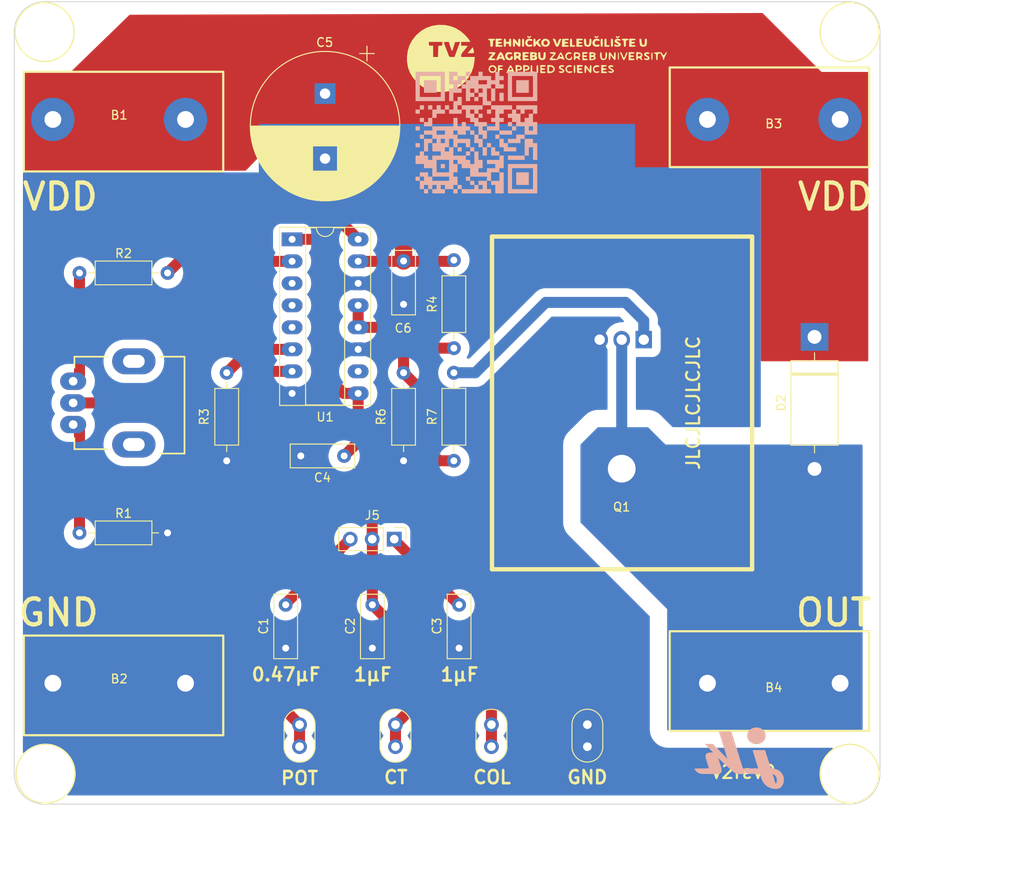
<source format=kicad_pcb>
(kicad_pcb (version 20211014) (generator pcbnew)
  (layers (0 "F.Cu" signal) (31 "B.Cu" signal) (34 "B.Paste" user) (35 "F.Paste" user) (36 "B.SilkS" user "B.Silkscreen") (37 "F.SilkS" user "F.Silkscreen") (38 "B.Mask" user) (39 "F.Mask" user) (44 "Edge.Cuts" user))
  (net 0 "")
  (net 1 "Net-(C1-Pad1)")
  (net 2 "GND")
  (net 3 "Net-(C3-Pad1)")
  (net 4 "Net-(C4-Pad1)")
  (net 5 "VDD")
  (net 6 "Net-(D2-Pad2)")
  (net 7 "/CT")
  (net 8 "Net-(R1-Pad1)")
  (net 9 "Net-(R2-Pad2)")
  (net 10 "Net-(R3-Pad1)")
  (net 15 "Net-(Q1-Pad1)")
  (net 16 "/+5V_REF")
  (net 17 "/POT")
  (net 18 "/COL")
  (footprint "Resistor_THT:R_Axial_DIN0207_L6.3mm_D2.5mm_P10.16mm_Horizontal" (layer "F.Cu") (at 139.6 98.92 -90)
    (fp_text reference "R7" (at 5.08 2.5 90) (layer "F.SilkS"))
    (fp_text value "330")
    (pad "1" thru_hole circle locked (at 0 0 270) (size 1.6 1.6) (drill 0.8) (layers *.Cu *.Mask) (net 15 "Net-(Q1-Pad1)"))
    (pad "2" thru_hole oval locked (at 10.16 0 270) (size 1.6 1.6) (drill 0.8) (layers *.Cu *.Mask) (net 18 "/COL"))
  )
  (footprint "footprint:MountingHole_3.2mm_M3" (layer "F.Cu") (at 92.399633 59.546833)
    (fp_text reference "H4" hide)
    (fp_text value "MountingHole")
    (pad "" np_thru_hole circle (at 0 0) (size 3.2 3.2) (drill 3.2) (layers *.Cu *.Mask))
  )
  (footprint "Capacitor_THT:C_Rect_L7.2mm_W2.5mm_P5.00mm_FKS2_FKP2_MKS2_MKP2" (layer "F.Cu") (at 126.943 108.52 180)
    (fp_text reference "C4" (at 2.5 -2.5 180) (layer "F.SilkS"))
    (fp_text value "220n")
    (pad "1" thru_hole circle locked (at 0 0 180) (size 1.6 1.6) (drill 0.8) (layers *.Cu *.Mask) (net 4 "Net-(C4-Pad1)"))
    (pad "2" thru_hole circle locked (at 5 0 180) (size 1.6 1.6) (drill 0.8) (layers *.Cu *.Mask) (net 2 "GND"))
  )
  (footprint "footprint:DELTRON 4mm banana socket - black" (layer "F.Cu") (at 101 134.75)
    (fp_text reference "B2" (at 0 -0.5 unlocked) (layer "F.SilkS"))
    (fp_text value "Screw_Terminal_01x01")
    (pad "1" thru_hole circle (at -7.65 0) (size 5 5) (drill 1.94) (layers *.Cu *.Mask) (net 2 "GND"))
    (pad "1" thru_hole circle (at 7.65 0) (size 5 5) (drill 1.94) (layers *.Cu *.Mask) (net 2 "GND"))
  )
  (footprint "Capacitor_THT:C_Rect_L7.2mm_W2.5mm_P5.00mm_FKS2_FKP2_MKS2_MKP2" (layer "F.Cu") (at 120.2 125.7 -90)
    (fp_text reference "C1" (at 2.45 2.55 -90) (layer "F.SilkS"))
    (fp_text value "470n")
    (pad "1" thru_hole circle locked (at 0 0 270) (size 1.6 1.6) (drill 0.8) (layers *.Cu *.Mask) (net 1 "Net-(C1-Pad1)"))
    (pad "2" thru_hole circle locked (at 5 0 270) (size 1.6 1.6) (drill 0.8) (layers *.Cu *.Mask) (net 2 "GND"))
  )
  (footprint "footprint:DELTRON 4mm banana socket - black" (layer "F.Cu") (at 176.5 134.75 180)
    (fp_text reference "B4" (at 0 -0.5 unlocked) (layer "F.SilkS"))
    (fp_text value "Screw_Terminal_01x01")
    (pad "1" thru_hole circle (at 7.65 0 180) (size 5 5) (drill 1.94) (layers *.Cu *.Mask) (net 6 "Net-(D2-Pad2)"))
    (pad "1" thru_hole circle (at -7.65 0 180) (size 5 5) (drill 1.94) (layers *.Cu *.Mask) (net 6 "Net-(D2-Pad2)"))
  )
  (footprint "footprint:MountingHole_3.2mm_M3" (layer "F.Cu") (at 92.453351 145.2)
    (fp_text reference "H3" hide)
    (fp_text value "MountingHole")
    (pad "" np_thru_hole circle (at 0 0) (size 3.2 3.2) (drill 3.2) (layers *.Cu *.Mask))
  )
  (footprint "footprint:DELTRON 4mm banana socket - red" (layer "F.Cu") (at 176.5 69.684785 180)
    (fp_text reference "B3" (at 0 -0.5 unlocked) (layer "F.SilkS"))
    (fp_text value "Screw_Terminal_01x01")
    (pad "1" thru_hole circle (at 7.65 0 180) (size 5 5) (drill 1.94) (layers *.Cu *.Mask) (net 5 "VDD"))
    (pad "1" thru_hole circle (at -7.65 0 180) (size 5 5) (drill 1.94) (layers *.Cu *.Mask) (net 5 "VDD"))
  )
  (footprint "footprint:PTV09A-4225F-B502" (layer "F.Cu") (at 102.6895 102.4 -90)
    (fp_text reference "RV1" hide)
    (fp_text value "10k")
    (pad "" thru_hole oval (at -4.8 0 270) (size 3 5) (drill oval 1.5 2.5) (layers *.Cu *.Mask))
    (pad "" thru_hole oval (at 4.8 0 270) (size 3 5) (drill oval 1.5 2.5) (layers *.Cu *.Mask))
    (pad "1" thru_hole oval (at -2.5 7 270) (size 2 3) (drill 1) (layers *.Cu *.Mask) (net 9 "Net-(R2-Pad2)"))
    (pad "2" thru_hole oval (at 0 7 270) (size 2 3) (drill 1) (layers *.Cu *.Mask) (net 17 "/POT"))
    (pad "3" thru_hole oval (at 2.5 7 270) (size 2 3) (drill 1) (layers *.Cu *.Mask) (net 8 "Net-(R1-Pad1)"))
  )
  (footprint "Resistor_THT:R_Axial_DIN0207_L6.3mm_D2.5mm_P10.16mm_Horizontal" (layer "F.Cu") (at 139.6 85.92 -90)
    (fp_text reference "R4" (at 5.08 2.5 90) (layer "F.SilkS"))
    (fp_text value "4k7")
    (pad "1" thru_hole circle locked (at 0 0 270) (size 1.6 1.6) (drill 0.8) (layers *.Cu *.Mask) (net 5 "VDD"))
    (pad "2" thru_hole oval locked (at 10.16 0 270) (size 1.6 1.6) (drill 0.8) (layers *.Cu *.Mask) (net 18 "/COL"))
  )
  (footprint "footprint:MountingHole_3.2mm_M3" (layer "F.Cu") (at 185.249266 59.6)
    (fp_text reference "H2" hide)
    (fp_text value "MountingHole")
    (pad "" np_thru_hole circle (at 0 0) (size 3.2 3.2) (drill 3.2) (layers *.Cu *.Mask))
  )
  (footprint "footprint:oscil" (layer "F.Cu") (at 143.933332 139.53)
    (fp_text reference "J3" hide)
    (fp_text value "Conn_01x01_Male")
    (pad "1" thru_hole circle (at 0 0) (size 1.7 1.7) (drill 1) (layers *.Cu *.Mask) (net 18 "/COL"))
    (pad "1" thru_hole oval (at 0 2.54) (size 1.7 1.7) (drill 1) (layers *.Cu *.Mask) (net 18 "/COL"))
  )
  (footprint "Resistor_THT:R_Axial_DIN0207_L6.3mm_D2.5mm_P10.16mm_Horizontal" (layer "F.Cu") (at 106.58 87.4 180)
    (fp_text reference "R2" (at 5.08 2.25) (layer "F.SilkS"))
    (fp_text value "2k7")
    (pad "1" thru_hole circle locked (at 0 0 180) (size 1.6 1.6) (drill 0.8) (layers *.Cu *.Mask) (net 16 "/+5V_REF"))
    (pad "2" thru_hole oval locked (at 10.16 0 180) (size 1.6 1.6) (drill 0.8) (layers *.Cu *.Mask) (net 9 "Net-(R2-Pad2)"))
  )
  (footprint "Capacitor_THT:C_Rect_L7.2mm_W2.5mm_P5.00mm_FKS2_FKP2_MKS2_MKP2" (layer "F.Cu") (at 133.8 86.02 -90)
    (fp_text reference "C6" (at 7.75 0.05 180) (layer "F.SilkS"))
    (fp_text value "100n")
    (pad "1" thru_hole circle locked (at 0 0 270) (size 1.6 1.6) (drill 0.8) (layers *.Cu *.Mask) (net 5 "VDD"))
    (pad "2" thru_hole circle locked (at 5 0 270) (size 1.6 1.6) (drill 0.8) (layers *.Cu *.Mask) (net 2 "GND"))
  )
  (footprint "Resistor_THT:R_Axial_DIN0207_L6.3mm_D2.5mm_P10.16mm_Horizontal" (layer "F.Cu") (at 113.4 98.92 -90)
    (fp_text reference "R3" (at 5.08 2.6 90) (layer "F.SilkS"))
    (fp_text value "10k")
    (pad "1" thru_hole circle locked (at 0 0 270) (size 1.6 1.6) (drill 0.8) (layers *.Cu *.Mask) (net 10 "Net-(R3-Pad1)"))
    (pad "2" thru_hole oval locked (at 10.16 0 270) (size 1.6 1.6) (drill 0.8) (layers *.Cu *.Mask) (net 2 "GND"))
  )
  (footprint "Diode_THT:D_DO-201AD_P15.24mm_Horizontal" (layer "F.Cu") (at 181.2 94.78 -90)
    (fp_text reference "D2" (at 7.62 3.845 90) (layer "F.SilkS"))
    (fp_text value "1N5408")
    (pad "1" thru_hole rect locked (at 0 0 270) (size 3.2 3.2) (drill 1.6) (layers *.Cu *.Mask) (net 5 "VDD"))
    (pad "2" thru_hole oval locked (at 15.24 0 270) (size 3.2 3.2) (drill 1.6) (layers *.Cu *.Mask) (net 6 "Net-(D2-Pad2)"))
  )
  (footprint "footprint:oscil" (layer "F.Cu") (at 155 139.53)
    (fp_text reference "J4" hide)
    (fp_text value "Conn_01x01_Male")
    (pad "1" thru_hole oval (at 0 2.54) (size 1.7 1.7) (drill 1) (layers *.Cu *.Mask) (net 2 "GND"))
    (pad "1" thru_hole circle (at 0 0) (size 1.7 1.7) (drill 1) (layers *.Cu *.Mask) (net 2 "GND"))
  )
  (footprint "Resistor_THT:R_Axial_DIN0207_L6.3mm_D2.5mm_P10.16mm_Horizontal" (layer "F.Cu") (at 133.8 98.92 -90)
    (fp_text reference "R6" (at 5.08 2.6 90) (layer "F.SilkS"))
    (fp_text value "10k")
    (pad "1" thru_hole circle locked (at 0 0 270) (size 1.6 1.6) (drill 0.8) (layers *.Cu *.Mask) (net 18 "/COL"))
    (pad "2" thru_hole oval locked (at 10.16 0 270) (size 1.6 1.6) (drill 0.8) (layers *.Cu *.Mask) (net 2 "GND"))
  )
  (footprint "footprint:oscil" (layer "F.Cu") (at 121.8 139.53)
    (fp_text reference "J1" hide)
    (fp_text value "Conn_01x01_Male")
    (pad "1" thru_hole circle (at 0 0) (size 1.7 1.7) (drill 1) (layers *.Cu *.Mask) (net 17 "/POT"))
    (pad "1" thru_hole oval (at 0 2.54) (size 1.7 1.7) (drill 1) (layers *.Cu *.Mask) (net 17 "/POT"))
  )
  (footprint "footprint:TO-220F-3_Horizontal_TabDown" (layer "F.Cu") (at 161.5 95.1 180)
    (fp_text reference "Q1" (at 2.54 -19.31) (layer "F.SilkS"))
    (fp_text value "IRLZ44N")
    (pad "1" thru_hole rect (at 0 0 180) (size 1.905 2) (drill 1.2) (layers *.Cu *.Mask) (net 15 "Net-(Q1-Pad1)"))
    (pad "2" thru_hole oval (at 2.54 0 180) (size 1.905 2) (drill 1.2) (layers *.Cu *.Mask) (net 6 "Net-(D2-Pad2)"))
    (pad "2" thru_hole circle (at 2.54 -14.89 180) (size 7 7) (drill 3.2) (layers *.Cu *.Mask) (net 6 "Net-(D2-Pad2)"))
    (pad "3" thru_hole oval (at 5.08 0 180) (size 1.905 2) (drill 1.2) (layers *.Cu *.Mask) (net 2 "GND"))
  )
  (footprint "footprint:DELTRON 4mm banana socket - red" (layer "F.Cu") (at 101 69.684785)
    (fp_text reference "B1" (at 0 -0.5 unlocked) (layer "F.SilkS"))
    (fp_text value "Screw_Terminal_01x01")
    (pad "1" thru_hole circle (at -7.65 0) (size 5 5) (drill 1.94) (layers *.Cu *.Mask) (net 5 "VDD"))
    (pad "1" thru_hole circle (at 7.65 0) (size 5 5) (drill 1.94) (layers *.Cu *.Mask) (net 5 "VDD"))
  )
  (footprint "Resistor_THT:R_Axial_DIN0207_L6.3mm_D2.5mm_P10.16mm_Horizontal" (layer "F.Cu") (at 96.42 117.4)
    (fp_text reference "R1" (at 5.08 -2.25) (layer "F.SilkS"))
    (fp_text value "2k7")
    (pad "1" thru_hole circle locked (at 0 0) (size 1.6 1.6) (drill 0.8) (layers *.Cu *.Mask) (net 8 "Net-(R1-Pad1)"))
    (pad "2" thru_hole oval locked (at 10.16 0) (size 1.6 1.6) (drill 0.8) (layers *.Cu *.Mask) (net 2 "GND"))
  )
  (footprint "Capacitor_THT:CP_Radial_D17.0mm_P7.50mm" (layer "F.Cu") (at 124.743 66.704733 -90)
    (fp_text reference "C5" (at -5.904733 0.043) (layer "F.SilkS"))
    (fp_text value "1000u")
    (pad "1" thru_hole rect locked (at 0 0 270) (size 2.4 2.4) (drill 1.2) (layers *.Cu *.Mask) (net 5 "VDD"))
    (pad "2" thru_hole circle locked (at 7.5 0 270) (size 2.4 2.4) (drill 1.2) (layers *.Cu *.Mask) (net 2 "GND"))
  )
  (footprint "Capacitor_THT:C_Rect_L7.2mm_W2.5mm_P5.00mm_FKS2_FKP2_MKS2_MKP2" (layer "F.Cu") (at 130.2 125.7 -90)
    (fp_text reference "C2" (at 2.45 2.55 -90) (layer "F.SilkS"))
    (fp_text value "1u")
    (pad "1" thru_hole circle locked (at 0 0 270) (size 1.6 1.6) (drill 0.8) (layers *.Cu *.Mask) (net 7 "/CT"))
    (pad "2" thru_hole circle locked (at 5 0 270) (size 1.6 1.6) (drill 0.8) (layers *.Cu *.Mask) (net 2 "GND"))
  )
  (footprint "footprint:oscil" (layer "F.Cu") (at 132.866666 139.53)
    (fp_text reference "J2" hide)
    (fp_text value "Conn_01x01_Male")
    (pad "1" thru_hole circle (at 0 0) (size 1.7 1.7) (drill 1) (layers *.Cu *.Mask) (net 7 "/CT"))
    (pad "1" thru_hole oval (at 0 2.54) (size 1.7 1.7) (drill 1) (layers *.Cu *.Mask) (net 7 "/CT"))
  )
  (footprint "Capacitor_THT:C_Rect_L7.2mm_W2.5mm_P5.00mm_FKS2_FKP2_MKS2_MKP2" (layer "F.Cu") (at 140.2 125.7 -90)
    (fp_text reference "C3" (at 2.45 2.55 90) (layer "F.SilkS"))
    (fp_text value "1u")
    (pad "1" thru_hole circle locked (at 0 0 270) (size 1.6 1.6) (drill 0.8) (layers *.Cu *.Mask) (net 3 "Net-(C3-Pad1)"))
    (pad "2" thru_hole circle locked (at 5 0 270) (size 1.6 1.6) (drill 0.8) (layers *.Cu *.Mask) (net 2 "GND"))
  )
  (footprint "Connector_PinHeader_2.54mm:PinHeader_1x03_P2.54mm_Vertical" (layer "F.Cu") (at 132.725 118.12 -90)
    (fp_text reference "J5" (at -2.75 2.525 180) (layer "F.SilkS"))
    (fp_text value "Conn_01x03_Male")
    (pad "1" thru_hole rect locked (at 0 0 270) (size 1.7 1.7) (drill 1) (layers *.Cu *.Mask) (net 3 "Net-(C3-Pad1)"))
    (pad "2" thru_hole oval locked (at 0 2.54 270) (size 1.7 1.7) (drill 1) (layers *.Cu *.Mask) (net 7 "/CT"))
    (pad "3" thru_hole oval locked (at 0 5.08 270) (size 1.7 1.7) (drill 1) (layers *.Cu *.Mask) (net 1 "Net-(C1-Pad1)"))
  )
  (footprint "Package_DIP:DIP-16_W7.62mm_Socket_LongPads" (layer "F.Cu") (at 120.943 83.52)
    (fp_text reference "U1" (at 3.81 20.5) (layer "F.SilkS"))
    (fp_text value "SG3524")
    (pad "1" thru_hole rect locked (at 0 0) (size 2.4 1.6) (drill 0.8) (layers *.Cu *.Mask) (net 4 "Net-(C4-Pad1)"))
    (pad "2" thru_hole oval locked (at 0 2.54) (size 2.4 1.6) (drill 0.8) (layers *.Cu *.Mask) (net 17 "/POT"))
    (pad "3" thru_hole oval locked (at 0 5.08) (size 2.4 1.6) (drill 0.8) (layers *.Cu *.Mask))
    (pad "4" thru_hole oval locked (at 0 7.62) (size 2.4 1.6) (drill 0.8) (layers *.Cu *.Mask))
    (pad "5" thru_hole oval locked (at 0 10.16) (size 2.4 1.6) (drill 0.8) (layers *.Cu *.Mask))
    (pad "6" thru_hole oval locked (at 0 12.7) (size 2.4 1.6) (drill 0.8) (layers *.Cu *.Mask) (net 10 "Net-(R3-Pad1)"))
    (pad "7" thru_hole oval locked (at 0 15.24) (size 2.4 1.6) (drill 0.8) (layers *.Cu *.Mask) (net 7 "/CT"))
    (pad "8" thru_hole oval locked (at 0 17.78) (size 2.4 1.6) (drill 0.8) (layers *.Cu *.Mask) (net 2 "GND"))
    (pad "9" thru_hole oval locked (at 7.62 17.78) (size 2.4 1.6) (drill 0.8) (layers *.Cu *.Mask) (net 4 "Net-(C4-Pad1)"))
    (pad "10" thru_hole oval locked (at 7.62 15.24) (size 2.4 1.6) (drill 0.8) (layers *.Cu *.Mask))
    (pad "11" thru_hole oval locked (at 7.62 12.7) (size 2.4 1.6) (drill 0.8) (layers *.Cu *.Mask) (net 2 "GND"))
    (pad "12" thru_hole oval locked (at 7.62 10.16) (size 2.4 1.6) (drill 0.8) (layers *.Cu *.Mask) (net 18 "/COL"))
    (pad "13" thru_hole oval locked (at 7.62 7.62) (size 2.4 1.6) (drill 0.8) (layers *.Cu *.Mask) (net 18 "/COL"))
    (pad "14" thru_hole oval locked (at 7.62 5.08) (size 2.4 1.6) (drill 0.8) (layers *.Cu *.Mask) (net 2 "GND"))
    (pad "15" thru_hole oval locked (at 7.62 2.54) (size 2.4 1.6) (drill 0.8) (layers *.Cu *.Mask) (net 5 "VDD"))
    (pad "16" thru_hole oval locked (at 7.62 0) (size 2.4 1.6) (drill 0.8) (layers *.Cu *.Mask) (net 16 "/+5V_REF"))
  )
  (footprint "footprint:tvz2" (layer "F.Cu") (at 149.2 62.6)
    (fp_text reference "G***" hide)
    (fp_text value "LOGO" hide)
  )
  (footprint "footprint:MountingHole_3.2mm_M3" (layer "F.Cu") (at 185.249817 145.2)
    (fp_text reference "H1" hide)
    (fp_text value "MountingHole")
    (pad "" np_thru_hole circle (at 0 0) (size 3.2 3.2) (drill 3.2) (layers *.Cu *.Mask))
  )
  (footprint "footprint:logo" (layer "B.Cu") (at 172.4 143.2 180)
    (fp_text reference "G***" hide)
    (fp_text value "LOGO" hide)
  )
  (footprint "footprint:qr" (layer "B.Cu") (at 142.2 71.2 180)
    (fp_text reference "G***" hide)
    (fp_text value "LOGO" hide)
  )
  (gr_circle (center 92.499817 145.2) (end 93.499817 141.95) (layer "F.SilkS") (width 0.15) (fill none))
  (gr_circle (center 185.249266 59.6) (end 187.249266 56.85) (layer "F.SilkS") (width 0.15) (fill none))
  (gr_circle (center 185.249817 145.2) (end 186.249817 141.95) (layer "F.SilkS") (width 0.15) (fill none))
  (gr_circle (center 92.399633 59.6) (end 93.399633 56.35) (layer "F.SilkS") (width 0.15) (fill none))
  (gr_line (start 92.399633 56.091083) (end 185.249266 56.1) (layer "Edge.Cuts") (width 0.1))
  (gr_arc (start 185.249266 56.1) (mid 187.72414 57.125126) (end 188.749266 59.6) (layer "Edge.Cuts") (width 0.1))
  (gr_arc (start 88.899633 59.85) (mid 89.831586 57.208842) (end 92.399633 56.091083) (layer "Edge.Cuts") (width 0.1))
  (gr_line (start 88.891267 145.2) (end 88.899633 59.85) (layer "Edge.Cuts") (width 0.1))
  (gr_arc (start 92.150184 148.7) (mid 89.832137 147.591158) (end 88.891267 145.2) (layer "Edge.Cuts") (width 0.1))
  (gr_arc (start 188.749817 145.2) (mid 187.724691 147.674874) (end 185.249817 148.7) (layer "Edge.Cuts") (width 0.1))
  (gr_line (start 188.749817 145.2) (end 188.749266 59.6) (layer "Edge.Cuts") (width 0.1))
  (gr_line (start 185.249817 148.7) (end 92.150184 148.7) (layer "Edge.Cuts") (width 0.1))
  (gr_text "v2rev2" (at 173 145) (layer "F.SilkS") (effects (font (size 1.5 1.5) (thickness 0.254))))
  (gr_text "VDD" (at 94.2 78.6) (layer "F.SilkS") (effects (font (size 3 3) (thickness 0.5))))
  (gr_text "VDD" (at 183.6 78.6) (layer "F.SilkS") (effects (font (size 3 3) (thickness 0.5))))
  (gr_text "JLCJLCJLCJLC" (at 167.2 102.400001 90) (layer "F.SilkS") (effects (font (size 1.5 1.5) (thickness 0.254))))
  (gr_text "GND" (at 94 126.6) (layer "F.SilkS") (effects (font (size 3 3) (thickness 0.5))))
  (gr_text "POT" (at 121.8 145.7) (layer "F.SilkS") (effects (font (size 1.5 1.5) (thickness 0.3))))
  (gr_text "0.47μF" (at 120.25 133.75) (layer "F.SilkS") (effects (font (size 1.5 1.5) (thickness 0.3))))
  (gr_text "CT" (at 132.9 145.6) (layer "F.SilkS") (effects (font (size 1.5 1.5) (thickness 0.3))))
  (gr_text "COL" (at 144 145.6) (layer "F.SilkS") (effects (font (size 1.5 1.5) (thickness 0.3))))
  (gr_text "1μF" (at 130.25 133.75) (layer "F.SilkS") (effects (font (size 1.5 1.5) (thickness 0.3))))
  (gr_text "GND" (at 155 145.6) (layer "F.SilkS") (effects (font (size 1.5 1.5) (thickness 0.3))))
  (gr_text "OUT" (at 183.4 126.6) (layer "F.SilkS") (effects (font (size 3 3) (thickness 0.5))))
  (gr_text "1μF" (at 140.25 133.75) (layer "F.SilkS") (effects (font (size 1.5 1.5) (thickness 0.3))))
  (segment (start 120.2 125.565) (end 127.645 118.12) (width 1.27) (layer "F.Cu") (net 1))
  (segment (start 120.2 125.7) (end 120.2 125.565) (width 1.27) (layer "F.Cu") (net 1))
  (segment (start 132.725 118.225) (end 140.2 125.7) (width 1.27) (layer "F.Cu") (net 3))
  (segment (start 132.725 118.12) (end 132.725 118.225) (width 1.27) (layer "F.Cu") (net 3))
  (segment (start 126.9 101.3) (end 128.563 101.3) (width 1.27) (layer "F.Cu") (net 4))
  (segment (start 128.563 101.3) (end 128.563 106.9) (width 1.27) (layer "F.Cu") (net 4))
  (segment (start 124.8 99.2) (end 126.9 101.3) (width 1.27) (layer "F.Cu") (net 4))
  (segment (start 120.943 83.52) (end 123.52 83.52) (width 1.27) (layer "F.Cu") (net 4))
  (segment (start 128.563 106.9) (end 126.943 108.52) (width 1.27) (layer "F.Cu") (net 4))
  (segment (start 123.52 83.52) (end 124.8 84.8) (width 1.27) (layer "F.Cu") (net 4))
  (segment (start 124.8 84.8) (end 124.8 99.2) (width 1.27) (layer "F.Cu") (net 4))
  (segment (start 139.46 86.06) (end 139.6 85.92) (width 1.27) (layer "F.Cu") (net 5))
  (segment (start 128.563 86.06) (end 139.46 86.06) (width 1.27) (layer "F.Cu") (net 5))
  (segment (start 129.104733 66.704733) (end 124.743 66.704733) (width 2) (layer "F.Cu") (net 5))
  (segment (start 133.8 71.4) (end 129.104733 66.704733) (width 2) (layer "F.Cu") (net 5))
  (segment (start 133.8 86.02) (end 133.8 71.4) (width 2) (layer "F.Cu") (net 5))
  (segment (start 158.96 95.1) (end 158.96 109.99) (width 1.27) (layer "B.Cu") (net 6))
  (segment (start 130.2 125.7) (end 130.2 118.135) (width 1.27) (layer "F.Cu") (net 7))
  (segment (start 120.943 98.76) (end 118.64 98.76) (width 1.27) (layer "F.Cu") (net 7))
  (segment (start 135.3 137.096666) (end 132.866666 139.53) (width 1.27) (layer "F.Cu") (net 7))
  (segment (start 135.3 130.8) (end 135.3 137.096666) (width 1.27) (layer "F.Cu") (net 7))
  (segment (start 118.64 98.76) (end 117.2 100.2) (width 1.27) (layer "F.Cu") (net 7))
  (segment (start 130.185 115.585) (end 130.185 118.12) (width 1.27) (layer "F.Cu") (net 7))
  (segment (start 117.2 110.6) (end 120 113.4) (width 1.27) (layer "F.Cu") (net 7))
  (segment (start 132.866666 142.07) (end 132.866666 139.53) (width 1.27) (layer "F.Cu") (net 7))
  (segment (start 130.2 125.7) (end 135.3 130.8) (width 1.27) (layer "F.Cu") (net 7))
  (segment (start 120 113.4) (end 128 113.4) (width 1.27) (layer "F.Cu") (net 7))
  (segment (start 130.2 118.135) (end 130.185 118.12) (width 1.27) (layer "F.Cu") (net 7))
  (segment (start 128 113.4) (end 130.185 115.585) (width 1.27) (layer "F.Cu") (net 7))
  (segment (start 117.2 100.2) (end 117.2 110.6) (width 1.27) (layer "F.Cu") (net 7))
  (segment (start 96.42 105.6305) (end 95.6895 104.9) (width 1.27) (layer "F.Cu") (net 8))
  (segment (start 96.42 117.4) (end 96.42 105.6305) (width 1.27) (layer "F.Cu") (net 8))
  (segment (start 96.42 87.4) (end 96.42 99.1695) (width 1.27) (layer "F.Cu") (net 9))
  (segment (start 96.42 99.1695) (end 95.6895 99.9) (width 1.27) (layer "F.Cu") (net 9))
  (segment (start 113.4 98.92) (end 116.1 96.22) (width 1.27) (layer "F.Cu") (net 10))
  (segment (start 116.1 96.22) (end 120.943 96.22) (width 1.27) (layer "F.Cu") (net 10))
  (segment (start 141.48 98.92) (end 141.58 98.92) (width 1.27) (layer "B.Cu") (net 15))
  (segment (start 161.5 95.1) (end 161.5 92.9) (width 1.27) (layer "B.Cu") (net 15))
  (segment (start 141.38 98.92) (end 141.48 98.92) (width 1.27) (layer "B.Cu") (net 15))
  (segment (start 150.2 90.8) (end 142.08 98.92) (width 1.27) (layer "B.Cu") (net 15))
  (segment (start 142.08 98.92) (end 139.6 98.92) (width 1.27) (layer "B.Cu") (net 15))
  (segment (start 159.4 90.8) (end 150.2 90.8) (width 1.27) (layer "B.Cu") (net 15))
  (segment (start 139.6 98.92) (end 141.38 98.92) (width 1.27) (layer "B.Cu") (net 15))
  (segment (start 161.5 92.9) (end 159.4 90.8) (width 1.27) (layer "B.Cu") (net 15))
  (segment (start 113.98 80) (end 125.043 80) (width 1.27) (layer "F.Cu") (net 16))
  (segment (start 125.043 80) (end 128.563 83.52) (width 1.27) (layer "F.Cu") (net 16))
  (segment (start 106.58 87.4) (end 113.98 80) (width 1.27) (layer "F.Cu") (net 16))
  (segment (start 120.943 86.06) (end 115.64 86.06) (width 1.27) (layer "F.Cu") (net 17))
  (segment (start 108.3 102.4) (end 108.6 102.1) (width 1.27) (layer "F.Cu") (net 17))
  (segment (start 115.64 86.06) (end 108.6 93.1) (width 1.27) (layer "F.Cu") (net 17))
  (segment (start 115.5 133.23) (end 121.8 139.53) (width 1.27) (layer "F.Cu") (net 17))
  (segment (start 108.6 100.7) (end 106.9 102.4) (width 1.27) (layer "F.Cu") (net 17))
  (segment (start 115.5 119) (end 115.5 133.23) (width 1.27) (layer "F.Cu") (net 17))
  (segment (start 106.9 102.4) (end 106.8 102.4) (width 1.27) (layer "F.Cu") (net 17))
  (segment (start 121.8 142.07) (end 121.8 139.53) (width 1.27) (layer "F.Cu") (net 17))
  (segment (start 106.8 102.4) (end 108.3 102.4) (width 1.27) (layer "F.Cu") (net 17))
  (segment (start 108.6 102.1) (end 108.6 104.1) (width 1.27) (layer "F.Cu") (net 17))
  (segment (start 108.6 104.1) (end 108.6 112.1) (width 1.27) (layer "F.Cu") (net 17))
  (segment (start 108.6 93.1) (end 108.6 100.7) (width 1.27) (layer "F.Cu") (net 17))
  (segment (start 106.9 102.4) (end 108.6 104.1) (width 1.27) (layer "F.Cu") (net 17))
  (segment (start 95.6895 102.4) (end 106.8 102.4) (width 1.27) (layer "F.Cu") (net 17))
  (segment (start 108.6 112.1) (end 115.5 119) (width 1.27) (layer "F.Cu") (net 17))
  (segment (start 108.6 100.7) (end 108.6 102.1) (width 1.27) (layer "F.Cu") (net 17))
  (segment (start 136.7 110.6) (end 136.7 109.1) (width 1.27) (layer "F.Cu") (net 18))
  (segment (start 136.72 109.08) (end 136.7 109.1) (width 1.27) (layer "F.Cu") (net 18))
  (segment (start 134.08 96.08) (end 133.8 95.8) (width 1.27) (layer "F.Cu") (net 18))
  (segment (start 139.6 109.08) (end 137.72 109.08) (width 1.27) (layer "F.Cu") (net 18))
  (segment (start 143.933332 142.07) (end 143.933332 122.666668) (width 1.27) (layer "F.Cu") (net 18))
  (segment (start 137.72 108.92) (end 136.7 107.9) (width 1.27) (layer "F.Cu") (net 18))
  (segment (start 136.7 110.1) (end 136.7 110.6) (width 1.27) (layer "F.Cu") (net 18))
  (segment (start 137.72 109.08) (end 136.72 109.08) (width 1.27) (layer "F.Cu") (net 18))
  (segment (start 136.7 101.82) (end 133.8 98.92) (width 1.27) (layer "F.Cu") (net 18))
  (segment (start 128.563 93.68) (end 131.68 93.68) (width 1.27) (layer "F.Cu") (net 18))
  (segment (start 133.8 95.8) (end 133.8 98.92) (width 1.27) (layer "F.Cu") (net 18))
  (segment (start 128.563 91.14) (end 128.563 93.68) (width 1.27) (layer "F.Cu") (net 18))
  (segment (start 131.68 93.68) (end 133.8 95.8) (width 1.27) (layer "F.Cu") (net 18))
  (segment (start 136.7 115.433336) (end 136.7 110.6) (width 1.27) (layer "F.Cu") (net 18))
  (segment (start 143.933332 122.666668) (end 136.7 115.433336) (width 1.27) (layer "F.Cu") (net 18))
  (segment (start 139.6 96.08) (end 134.08 96.08) (width 1.27) (layer "F.Cu") (net 18))
  (segment (start 136.7 107.9) (end 136.7 101.82) (width 1.27) (layer "F.Cu") (net 18))
  (segment (start 137.72 109.08) (end 136.7 110.1) (width 1.27) (layer "F.Cu") (net 18))
  (segment (start 137.72 109.08) (end 137.72 108.92) (width 1.27) (layer "F.Cu") (net 18))
  (segment (start 136.7 109.1) (end 136.7 107.9) (width 1.27) (layer "F.Cu") (net 18))
  (zone (net 5) (net_name "VDD") (layer "F.Cu") (connect_pads yes (clearance 0)) (min_thickness 0.254) (fill yes (thermal_gap 0.508) (thermal_bridge_width 0.508))
    (polygon (pts (xy 187.4 75.6) (xy 187.4 97.6) (xy 175 97.6) (xy 175 75.6) (xy 134.2 75.6) (xy 128.8 70.2) (xy 120.8 70.2) (xy 115.6 75.6) (xy 90 75.6) (xy 90 64.2) (xy 95.4 64.2) (xy 102.2 57.6) (xy 175.2 57.4) (xy 182 64.2) (xy 187.4 64.2)))
  )
  (zone (net 6) (net_name "Net-(D2-Pad2)") (layer "B.Cu") (priority 1) (connect_pads yes (clearance 2)) (min_thickness 0.254) (fill yes (thermal_gap 0.508) (thermal_bridge_width 0.508))
    (polygon (pts (xy 164 107.2) (xy 187.4 107.2) (xy 187.4 140.2) (xy 164.2 140.2) (xy 164.2 126.2) (xy 154.2 116.2) (xy 154.2 107.2) (xy 156.2 105.2) (xy 162 105.2)))
  )
  (zone (net 2) (net_name "GND") (layer "B.Cu") (connect_pads yes (clearance 1)) (min_thickness 0.254) (fill yes (thermal_gap 0.508) (thermal_bridge_width 0.508))
    (polygon (pts (xy 189 149.3) (xy 89 149.3) (xy 89 55.9) (xy 189 55.9)))
  )
  (zone (net 0) (net_name "") (layer "B.Cu") (connect_pads (clearance 0)) (min_thickness 0.254)
    (keepout (tracks not_allowed) (vias allowed) (pads allowed) (copperpour not_allowed) (footprints allowed))
    (fill (thermal_gap 0.508) (thermal_bridge_width 0.508))
    (polygon (pts (xy 188.654628 59.6) (xy 188.63471 59.232223) (xy 188.575189 58.868748) (xy 188.476761 58.513828) (xy 188.340577 58.171614) (xy 188.168231 57.846109) (xy 187.961739 57.541121) (xy 187.723516 57.260218) (xy 187.456349 57.006686) (xy 187.163363 56.783491) (xy 186.847987 56.593244) (xy 186.513908 56.43817) (xy 186.165035 56.320083) (xy 185.80545 56.240365) (xy 185.439358 56.199948) (xy 185.071043 56.199305) (xy 184.704813 56.238444) (xy 184.344951 56.316906) (xy 183.995669 56.433774) (xy 183.661051 56.587682) (xy 183.345012 56.776827) (xy 183.051249 56.998998) (xy 182.783199 57.251596) (xy 182.543997 57.531665) (xy 182.336441 57.835931) (xy 182.16296 58.160832) (xy 182.025583 58.502569) (xy 181.925916 58.857143) (xy 181.865126 59.220408) (xy 181.843925 59.588113) (xy 181.862559 59.955957) (xy 181.920811 60.319637) (xy 182.018 60.674899) (xy 182.152988 61.017587) (xy 182.324197 61.343691) (xy 182.529623 61.649398) (xy 182.766864 61.931131) (xy 183.033144 62.185594) (xy 183.325349 62.40981) (xy 183.64006 62.601157) (xy 183.973595 62.757397) (xy 184.322053 62.876701) (xy 184.681358 62.957673) (xy 185.047306 62.999368) (xy 185.415617 63.001296) (xy 185.781982 62.963436) (xy 186.142115 62.88623) (xy 186.491804 62.770582) (xy 186.826957 62.617844) (xy 187.143654 62.429803) (xy 187.438191 62.208659) (xy 187.707121 61.956998) (xy 187.947299 61.677765) (xy 188.155915 61.374226) (xy 188.33053 61.049933) (xy 188.469099 60.708677) (xy 188.570003 60.354453) (xy 188.63206 59.991403) (xy 188.654545 59.623774)))
  )
  (zone (net 0) (net_name "") (layer "B.Cu") (connect_pads (clearance 0)) (min_thickness 0.254)
    (keepout (tracks not_allowed) (vias allowed) (pads allowed) (copperpour not_allowed) (footprints allowed))
    (fill (thermal_gap 0.508) (thermal_bridge_width 0.508))
    (polygon (pts (xy 188.9 75.1) (xy 189 75.1) (xy 189 105.2) (xy 175 105.2) (xy 175 75.2) (xy 160.5 75.2) (xy 160.5 70.2) (xy 117.1 70.2) (xy 117.1 75.8) (xy 88.7 75.8) (xy 88.7 56.6) (xy 160.5 56.6) (xy 164.5 56) (xy 188.9 56)))
  )
  (zone (net 0) (net_name "") (layer "B.Cu") (connect_pads (clearance 0)) (min_thickness 0.254)
    (keepout (tracks not_allowed) (vias allowed) (pads allowed) (copperpour not_allowed) (footprints allowed))
    (fill (thermal_gap 0.508) (thermal_bridge_width 0.508))
    (polygon (pts (xy 188.655179 145.2) (xy 188.635261 144.832223) (xy 188.57574 144.468748) (xy 188.477312 144.113828) (xy 188.341128 143.771614) (xy 188.168782 143.446109) (xy 187.96229 143.141121) (xy 187.724067 142.860218) (xy 187.4569 142.606686) (xy 187.163914 142.383491) (xy 186.848538 142.193244) (xy 186.514459 142.03817) (xy 186.165586 141.920083) (xy 185.806001 141.840365) (xy 185.439909 141.799948) (xy 185.071594 141.799305) (xy 184.705364 141.838444) (xy 184.345502 141.916906) (xy 183.99622 142.033774) (xy 183.661602 142.187682) (xy 183.345563 142.376827) (xy 183.0518 142.598998) (xy 182.78375 142.851596) (xy 182.544548 143.131665) (xy 182.336992 143.435931) (xy 182.163511 143.760832) (xy 182.026134 144.102569) (xy 181.926467 144.457143) (xy 181.865677 144.820408) (xy 181.844476 145.188113) (xy 181.86311 145.555957) (xy 181.921362 145.919637) (xy 182.018551 146.274899) (xy 182.153539 146.617587) (xy 182.324748 146.943691) (xy 182.530174 147.249398) (xy 182.767415 147.531131) (xy 183.033695 147.785594) (xy 183.3259 148.00981) (xy 183.640611 148.201157) (xy 183.974146 148.357397) (xy 184.322604 148.476701) (xy 184.681909 148.557673) (xy 185.047857 148.599368) (xy 185.416168 148.601296) (xy 185.782533 148.563436) (xy 186.142666 148.48623) (xy 186.492355 148.370582) (xy 186.827508 148.217844) (xy 187.144205 148.029803) (xy 187.438742 147.808659) (xy 187.707672 147.556998) (xy 187.94785 147.277765) (xy 188.156466 146.974226) (xy 188.331081 146.649933) (xy 188.46965 146.308677) (xy 188.570554 145.954453) (xy 188.632611 145.591403) (xy 188.655096 145.223774)))
  )
  (zone (net 0) (net_name "") (layer "B.Cu") (connect_pads (clearance 0)) (min_thickness 0.254)
    (keepout (tracks not_allowed) (vias allowed) (pads allowed) (copperpour not_allowed) (footprints allowed))
    (fill (thermal_gap 0.508) (thermal_bridge_width 0.508))
    (polygon (pts (xy 95.905179 145.2) (xy 95.885261 144.832223) (xy 95.82574 144.468748) (xy 95.727312 144.113828) (xy 95.591128 143.771614) (xy 95.418782 143.446109) (xy 95.21229 143.141121) (xy 94.974067 142.860218) (xy 94.7069 142.606686) (xy 94.413914 142.383491) (xy 94.098538 142.193244) (xy 93.764459 142.03817) (xy 93.415586 141.920083) (xy 93.056001 141.840365) (xy 92.689909 141.799948) (xy 92.321594 141.799305) (xy 91.955364 141.838444) (xy 91.595502 141.916906) (xy 91.24622 142.033774) (xy 90.911602 142.187682) (xy 90.595563 142.376827) (xy 90.3018 142.598998) (xy 90.03375 142.851596) (xy 89.794548 143.131665) (xy 89.586992 143.435931) (xy 89.413511 143.760832) (xy 89.276134 144.102569) (xy 89.176467 144.457143) (xy 89.115677 144.820408) (xy 89.094476 145.188113) (xy 89.11311 145.555957) (xy 89.171362 145.919637) (xy 89.268551 146.274899) (xy 89.403539 146.617587) (xy 89.574748 146.943691) (xy 89.780174 147.249398) (xy 90.017415 147.531131) (xy 90.283695 147.785594) (xy 90.5759 148.00981) (xy 90.890611 148.201157) (xy 91.224146 148.357397) (xy 91.572604 148.476701) (xy 91.931909 148.557673) (xy 92.297857 148.599368) (xy 92.666168 148.601296) (xy 93.032533 148.563436) (xy 93.392666 148.48623) (xy 93.742355 148.370582) (xy 94.077508 148.217844) (xy 94.394205 148.029803) (xy 94.688742 147.808659) (xy 94.957672 147.556998) (xy 95.19785 147.277765) (xy 95.406466 146.974226) (xy 95.581081 146.649933) (xy 95.71965 146.308677) (xy 95.820554 145.954453) (xy 95.882611 145.591403) (xy 95.905096 145.223774)))
  )
)
</source>
